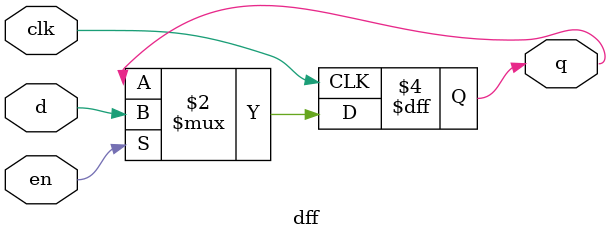
<source format=v>
module dff
(
    input clk,
    input en,
    input      d,
    output reg q
);
    always @(posedge clk) begin
        if(en) begin
            q <= d;
        end 
    end
endmodule

</source>
